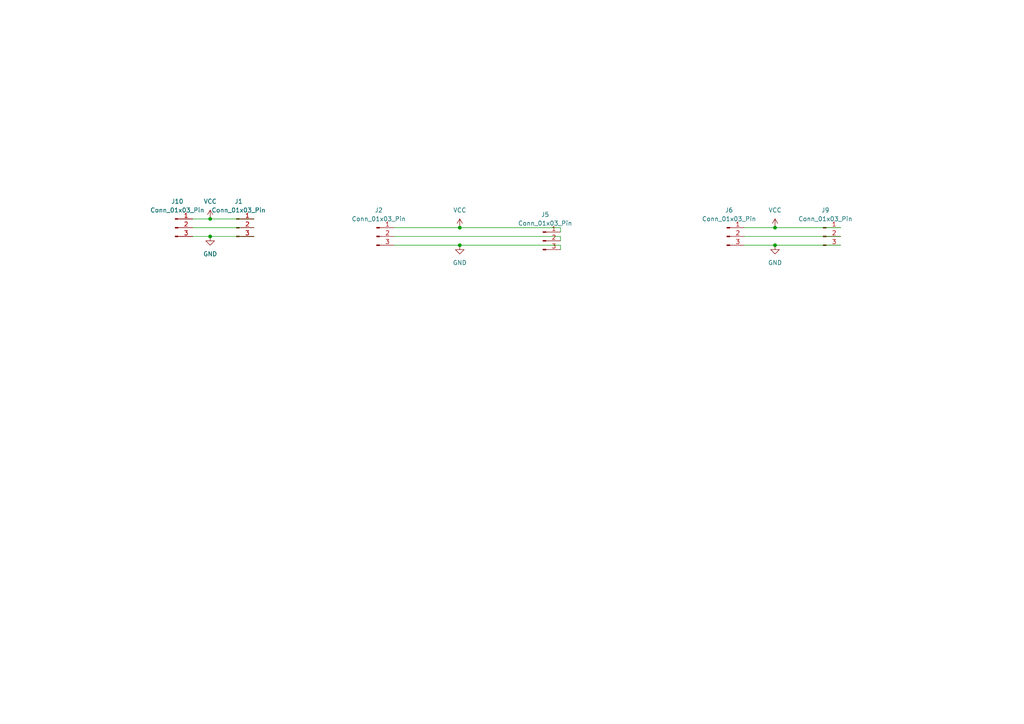
<source format=kicad_sch>
(kicad_sch (version 20250114) (generator "eeschema") (generator_version "9.0")
  (paper "A4")
  (lib_symbols
    (symbol "Connector:Conn_01x03_Pin" (pin_names (offset 1.016) (hide yes))
      (property "Reference" "J" (at 0 5.08 0))
      (property "Value" "Conn_01x03_Pin" (at 0 -5.08 0))
      (symbol "Conn_01x03_Pin_1_1"
        (rectangle (start 0.8636 2.667) (end 0 2.413) (stroke (width 0.1524)) (fill (type outline)))
        (rectangle (start 0.8636 0.127) (end 0 -0.127) (stroke (width 0.1524)) (fill (type outline)))
        (rectangle (start 0.8636 -2.413) (end 0 -2.667) (stroke (width 0.1524)) (fill (type outline)))
        (polyline (pts (xy 1.27 2.54) (xy 0.8636 2.54)) (stroke (width 0.1524)))
        (polyline (pts (xy 1.27 0) (xy 0.8636 0)) (stroke (width 0.1524)))
        (polyline (pts (xy 1.27 -2.54) (xy 0.8636 -2.54)) (stroke (width 0.1524)))
        (pin passive line (at 5.08 2.54 180) (length 3.81) (name "Pin_1") (number "1"))
        (pin passive line (at 5.08 0 180) (length 3.81) (name "Pin_2") (number "2"))
        (pin passive line (at 5.08 -2.54 180) (length 3.81) (name "Pin_3") (number "3"))
      )
    )
    (symbol "power:GND" (power) (pin_numbers (hide yes)) (pin_names (offset 0) (hide yes))
      (property "Value" "GND" (at 0 -3.81 0))
      (symbol "GND_0_1"
        (polyline (pts (xy 0 0) (xy 0 -1.27) (xy 1.27 -1.27) (xy 0 -2.54) (xy -1.27 -1.27) (xy 0 -1.27)))
      )
      (symbol "GND_1_1"
        (pin power_in line (at 0 0 270) (length 0) (name "~") (number "1"))
      )
    )
    (symbol "power:VCC" (power) (pin_numbers (hide yes)) (pin_names (offset 0) (hide yes))
      (property "Value" "VCC" (at 0 3.556 0))
      (symbol "VCC_0_1"
        (polyline (pts (xy -0.762 1.27) (xy 0 2.54)))
        (polyline (pts (xy 0 2.54) (xy 0.762 1.27)))
        (polyline (pts (xy 0 0) (xy 0 2.54)))
      )
      (symbol "VCC_1_1"
        (pin power_in line (at 0 0 90) (length 0) (name "~") (number "1"))
      )
    )
  )
  (junction (at 133.35 66.04))
  (junction (at 60.96 68.58))
  (junction (at 60.96 63.5))
  (junction (at 224.79 66.04))
  (junction (at 224.79 71.12))
  (junction (at 133.35 71.12))
  (wire (pts (xy 215.9 68.58) (xy 243.84 68.58)))
  (wire (pts (xy 60.96 63.5) (xy 73.66 63.5)))
  (wire (pts (xy 114.3 66.04) (xy 133.35 66.04)))
  (wire (pts (xy 224.79 66.04) (xy 243.84 66.04)))
  (wire (pts (xy 215.9 66.04) (xy 224.79 66.04)))
  (wire (pts (xy 55.88 63.5) (xy 60.96 63.5)))
  (wire (pts (xy 162.56 68.58) (xy 162.56 69.85)))
  (wire (pts (xy 224.79 71.12) (xy 243.84 71.12)))
  (wire (pts (xy 60.96 68.58) (xy 73.66 68.58)))
  (wire (pts (xy 133.35 66.04) (xy 162.56 66.04)))
  (wire (pts (xy 114.3 71.12) (xy 133.35 71.12)))
  (wire (pts (xy 215.9 71.12) (xy 224.79 71.12)))
  (wire (pts (xy 162.56 71.12) (xy 162.56 72.39)))
  (wire (pts (xy 55.88 66.04) (xy 73.66 66.04)))
  (wire (pts (xy 55.88 68.58) (xy 60.96 68.58)))
  (wire (pts (xy 114.3 68.58) (xy 162.56 68.58)))
  (wire (pts (xy 162.56 66.04) (xy 162.56 67.31)))
  (wire (pts (xy 133.35 71.12) (xy 162.56 71.12)))
  (symbol (lib_id "Connector:Conn_01x03_Pin") (at 50.8 66.04 0) (unit 1)
    (property "Reference" "J10" (at 51.435 58.42 0))
    (property "Value" "Conn_01x03_Pin" (at 51.435 60.96 0))
    (property "Footprint" "Connector_PinHeader_2.54mm:PinHeader_1x03_P2.54mm_Vertical" (effects (hide yes)))
    (property "Description" "Generic connector, single row, 01x03, script generated" (effects (hide yes)))
  )
  (symbol (lib_id "power:VCC") (at 60.96 63.5 0) (unit 1)
    (property "Reference" "#PWR04" (effects (hide yes)))
    (property "Value" "VCC" (at 60.96 58.42 0))
    (property "Description" "Power symbol creates a global label with name \"VCC\"" (effects (hide yes)))
  )
  (symbol (lib_id "Connector:Conn_01x03_Pin") (at 238.76 68.58 0) (unit 1)
    (property "Reference" "J9" (at 239.395 60.96 0))
    (property "Value" "Conn_01x03_Pin" (at 239.395 63.5 0))
    (property "Footprint" "Connector_PinHeader_2.54mm:PinHeader_1x03_P2.54mm_Vertical" (effects (hide yes)))
    (property "Description" "Generic connector, single row, 01x03, script generated" (effects (hide yes)))
  )
  (symbol (lib_id "power:VCC") (at 133.35 66.04 0) (unit 1)
    (property "Reference" "#PWR01" (effects (hide yes)))
    (property "Value" "VCC" (at 133.35 60.96 0))
    (property "Description" "Power symbol creates a global label with name \"VCC\"" (effects (hide yes)))
  )
  (symbol (lib_id "power:VCC") (at 224.79 66.04 0) (unit 1)
    (property "Reference" "#PWR03" (effects (hide yes)))
    (property "Value" "VCC" (at 224.79 60.96 0))
    (property "Description" "Power symbol creates a global label with name \"VCC\"" (effects (hide yes)))
  )
  (symbol (lib_id "Connector:Conn_01x03_Pin") (at 68.58 66.04 0) (unit 1)
    (property "Reference" "J1" (at 69.215 58.42 0))
    (property "Value" "Conn_01x03_Pin" (at 69.215 60.96 0))
    (property "Footprint" "ws2812:led_pads" (effects (hide yes)))
    (property "Description" "Generic connector, single row, 01x03, script generated" (effects (hide yes)))
  )
  (symbol (lib_id "power:GND") (at 60.96 68.58 0) (unit 1)
    (property "Reference" "#PWR02" (effects (hide yes)))
    (property "Value" "GND" (at 60.96 73.66 0))
    (property "Description" "Power symbol creates a global label with name \"GND\" , ground" (effects (hide yes)))
  )
  (symbol (lib_id "Connector:Conn_01x03_Pin") (at 109.22 68.58 0) (unit 1)
    (property "Reference" "J2" (at 109.855 60.96 0))
    (property "Value" "Conn_01x03_Pin" (at 109.855 63.5 0))
    (property "Footprint" "ws2812:led_pads" (effects (hide yes)))
    (property "Description" "Generic connector, single row, 01x03, script generated" (effects (hide yes)))
  )
  (symbol (lib_id "Connector:Conn_01x03_Pin") (at 157.48 69.85 0) (unit 1)
    (property "Reference" "J5" (at 158.115 62.23 0))
    (property "Value" "Conn_01x03_Pin" (at 158.115 64.77 0))
    (property "Footprint" "ws2812:led_pads" (effects (hide yes)))
    (property "Description" "Generic connector, single row, 01x03, script generated" (effects (hide yes)))
  )
  (symbol (lib_id "power:GND") (at 224.79 71.12 0) (unit 1)
    (property "Reference" "#PWR06" (effects (hide yes)))
    (property "Value" "GND" (at 224.79 76.2 0))
    (property "Description" "Power symbol creates a global label with name \"GND\" , ground" (effects (hide yes)))
  )
  (symbol (lib_id "Connector:Conn_01x03_Pin") (at 210.82 68.58 0) (unit 1)
    (property "Reference" "J6" (at 211.455 60.96 0))
    (property "Value" "Conn_01x03_Pin" (at 211.455 63.5 0))
    (property "Footprint" "ws2812:led_pads" (effects (hide yes)))
    (property "Description" "Generic connector, single row, 01x03, script generated" (effects (hide yes)))
  )
  (symbol (lib_id "power:GND") (at 133.35 71.12 0) (unit 1)
    (property "Reference" "#PWR05" (effects (hide yes)))
    (property "Value" "GND" (at 133.35 76.2 0))
    (property "Description" "Power symbol creates a global label with name \"GND\" , ground" (effects (hide yes)))
  )
)
</source>
